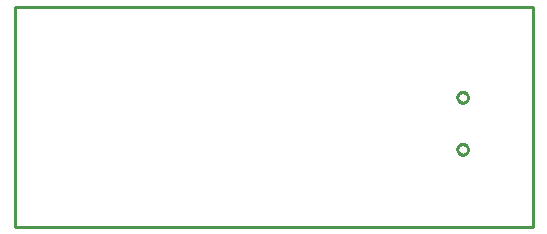
<source format=gbr>
G04 EAGLE Gerber RS-274X export*
G75*
%MOMM*%
%FSLAX34Y34*%
%LPD*%
%IN*%
%IPPOS*%
%AMOC8*
5,1,8,0,0,1.08239X$1,22.5*%
G01*
%ADD10C,0.254000*%


D10*
X0Y0D02*
X439040Y0D01*
X439040Y186030D01*
X0Y186030D01*
X0Y0D01*
X374910Y65925D02*
X374987Y66510D01*
X375140Y67080D01*
X375365Y67625D01*
X375660Y68135D01*
X376019Y68603D01*
X376437Y69021D01*
X376905Y69380D01*
X377415Y69675D01*
X377960Y69900D01*
X378530Y70053D01*
X379115Y70130D01*
X379705Y70130D01*
X380290Y70053D01*
X380860Y69900D01*
X381405Y69675D01*
X381915Y69380D01*
X382383Y69021D01*
X382801Y68603D01*
X383160Y68135D01*
X383455Y67625D01*
X383680Y67080D01*
X383833Y66510D01*
X383910Y65925D01*
X383910Y65335D01*
X383833Y64750D01*
X383680Y64180D01*
X383455Y63635D01*
X383160Y63125D01*
X382801Y62657D01*
X382383Y62239D01*
X381915Y61880D01*
X381405Y61585D01*
X380860Y61360D01*
X380290Y61207D01*
X379705Y61130D01*
X379115Y61130D01*
X378530Y61207D01*
X377960Y61360D01*
X377415Y61585D01*
X376905Y61880D01*
X376437Y62239D01*
X376019Y62657D01*
X375660Y63125D01*
X375365Y63635D01*
X375140Y64180D01*
X374987Y64750D01*
X374910Y65335D01*
X374910Y65925D01*
X374910Y109925D02*
X374987Y110510D01*
X375140Y111080D01*
X375365Y111625D01*
X375660Y112135D01*
X376019Y112603D01*
X376437Y113021D01*
X376905Y113380D01*
X377415Y113675D01*
X377960Y113900D01*
X378530Y114053D01*
X379115Y114130D01*
X379705Y114130D01*
X380290Y114053D01*
X380860Y113900D01*
X381405Y113675D01*
X381915Y113380D01*
X382383Y113021D01*
X382801Y112603D01*
X383160Y112135D01*
X383455Y111625D01*
X383680Y111080D01*
X383833Y110510D01*
X383910Y109925D01*
X383910Y109335D01*
X383833Y108750D01*
X383680Y108180D01*
X383455Y107635D01*
X383160Y107125D01*
X382801Y106657D01*
X382383Y106239D01*
X381915Y105880D01*
X381405Y105585D01*
X380860Y105360D01*
X380290Y105207D01*
X379705Y105130D01*
X379115Y105130D01*
X378530Y105207D01*
X377960Y105360D01*
X377415Y105585D01*
X376905Y105880D01*
X376437Y106239D01*
X376019Y106657D01*
X375660Y107125D01*
X375365Y107635D01*
X375140Y108180D01*
X374987Y108750D01*
X374910Y109335D01*
X374910Y109925D01*
M02*

</source>
